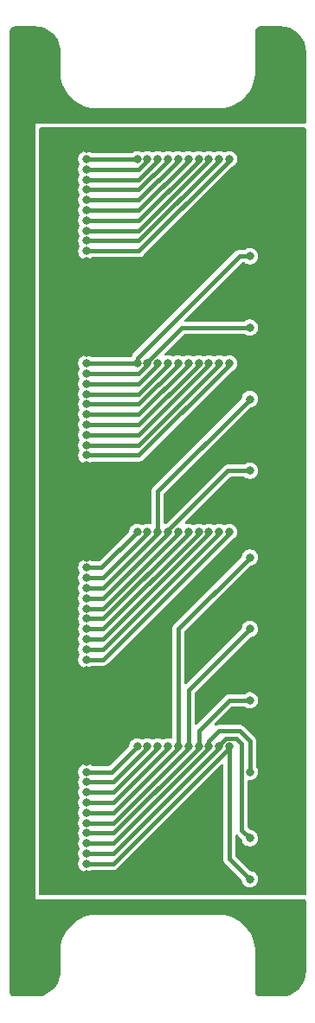
<source format=gbr>
%TF.GenerationSoftware,KiCad,Pcbnew,9.0.6*%
%TF.CreationDate,2025-12-11T14:01:36+03:00*%
%TF.ProjectId,PMLED-10,504d4c45-442d-4313-902e-6b696361645f,rev?*%
%TF.SameCoordinates,PX3ec0740PY6021600*%
%TF.FileFunction,Copper,L2,Bot*%
%TF.FilePolarity,Positive*%
%FSLAX46Y46*%
G04 Gerber Fmt 4.6, Leading zero omitted, Abs format (unit mm)*
G04 Created by KiCad (PCBNEW 9.0.6) date 2025-12-11 14:01:36*
%MOMM*%
%LPD*%
G01*
G04 APERTURE LIST*
%TA.AperFunction,ComponentPad*%
%ADD10C,4.400000*%
%TD*%
%TA.AperFunction,ViaPad*%
%ADD11C,0.800000*%
%TD*%
%TA.AperFunction,Conductor*%
%ADD12C,0.400000*%
%TD*%
G04 APERTURE END LIST*
D10*
%TO.P,H2,1,1*%
%TO.N,PE*%
X-12000000Y-45000000D03*
%TD*%
%TO.P,H3,1,1*%
%TO.N,PE*%
X12000000Y45000000D03*
%TD*%
%TO.P,H5,1,1*%
%TO.N,PE*%
X-12000000Y45000000D03*
%TD*%
%TO.P,H1,1,1*%
%TO.N,PE*%
X12000000Y-45000000D03*
%TD*%
D11*
%TO.N,GND*%
X-7000000Y24500000D03*
X-7000000Y-15500000D03*
X-7000000Y4500000D03*
X-7000000Y-4500000D03*
X-7000000Y15500000D03*
X-7000000Y35500000D03*
X-7000000Y-24500000D03*
X-7000000Y-35500000D03*
%TO.N,/LED2*%
X0Y14500000D03*
X-7000000Y32500000D03*
X9000000Y11000000D03*
X0Y-2000000D03*
X-7000000Y-7500000D03*
X0Y34500000D03*
X0Y-23000000D03*
X-7000000Y-27500000D03*
X-7000000Y12500000D03*
%TO.N,/LED3*%
X1000000Y-2000000D03*
X-7000000Y31500000D03*
X1000000Y-23000000D03*
X9000000Y4000000D03*
X1000000Y14500000D03*
X-7000000Y-28500000D03*
X1000000Y34500000D03*
X-7000000Y-8500000D03*
X-7000000Y11500000D03*
%TO.N,/LED4*%
X2000000Y-23000000D03*
X-7000000Y-29500000D03*
X2000000Y34500000D03*
X-7000000Y-9500000D03*
X2000000Y-2000000D03*
X2000000Y14500000D03*
X9000000Y-4500000D03*
X-7000000Y10500000D03*
X-7000000Y30500000D03*
%TO.N,/LED7*%
X5000000Y-2000000D03*
X-7000000Y-12500000D03*
X5000000Y14500000D03*
X5000000Y34500000D03*
X5000000Y-23000000D03*
X-7000000Y7500000D03*
X-7000000Y27500000D03*
X-7000000Y-32500000D03*
X9000000Y-25500000D03*
%TO.N,/LED5*%
X-7000000Y9500000D03*
X-7000000Y-30500000D03*
X-7000000Y29500000D03*
X3000000Y34500000D03*
X3000000Y-23000000D03*
X-7000000Y-10500000D03*
X3000000Y-2000000D03*
X3000000Y14500000D03*
X9000000Y-11500000D03*
%TO.N,/LED0*%
X-2000000Y14500000D03*
X-7000000Y34500000D03*
X-7000000Y-25500000D03*
X-7000000Y14500000D03*
X-2000000Y34500000D03*
X9000000Y25000000D03*
X-7000000Y-5500000D03*
X-2000000Y-23000000D03*
X-2000000Y-2000000D03*
%TO.N,/LED1*%
X-7000000Y-26500000D03*
X-1000000Y-2000000D03*
X-1000000Y34500000D03*
X-7000000Y-6500000D03*
X-7000000Y33500000D03*
X-7000000Y13500000D03*
X9000000Y18000000D03*
X-1000000Y14500000D03*
X-1000000Y-23000000D03*
%TO.N,/LED6*%
X4000000Y14500000D03*
X-7000000Y-11500000D03*
X4000000Y-23000000D03*
X4000000Y34500000D03*
X9000000Y-18500000D03*
X-7000000Y8500000D03*
X-7000000Y28500000D03*
X4000000Y-2000000D03*
X-7000000Y-31500000D03*
%TO.N,/LED9*%
X7000000Y34500000D03*
X9000000Y-36000000D03*
X-7000000Y25500000D03*
X7000000Y-2000000D03*
X7000000Y-23000000D03*
X-7000000Y-34500000D03*
X-7000000Y-14500000D03*
X7000000Y14500000D03*
X-7000000Y5500000D03*
%TO.N,/LED8*%
X6000000Y14500000D03*
X-7000000Y26500000D03*
X9000000Y-32000000D03*
X6000000Y34500000D03*
X-7000000Y-33500000D03*
X6000000Y-23000000D03*
X-7000000Y-13500000D03*
X6000000Y-2000000D03*
X-7000000Y6500000D03*
%TD*%
D12*
%TO.N,/LED2*%
X0Y-23132786D02*
X0Y-23000000D01*
X-7000000Y12500000D02*
X-1867214Y12500000D01*
X-7000000Y-7500000D02*
X-5367214Y-7500000D01*
X0Y2000000D02*
X9000000Y11000000D01*
X0Y34367214D02*
X0Y34500000D01*
X0Y14367214D02*
X0Y14500000D01*
X0Y-2132786D02*
X0Y-2000000D01*
X-1867214Y12500000D02*
X0Y14367214D01*
X0Y-2000000D02*
X0Y2000000D01*
X-7000000Y32500000D02*
X-1867214Y32500000D01*
X-1867214Y32500000D02*
X0Y34367214D01*
X-4367214Y-27500000D02*
X0Y-23132786D01*
X-7000000Y-27500000D02*
X-4367214Y-27500000D01*
X-5367214Y-7500000D02*
X0Y-2132786D01*
%TO.N,/LED3*%
X-7000000Y11500000D02*
X-1867214Y11500000D01*
X-5367214Y-8500000D02*
X1000000Y-2132786D01*
X1000000Y34367214D02*
X1000000Y34500000D01*
X-7000000Y-8500000D02*
X-5367214Y-8500000D01*
X1000000Y-23132786D02*
X1000000Y-23000000D01*
X1000000Y-2132786D02*
X1000000Y-2000000D01*
X6867214Y4000000D02*
X9000000Y4000000D01*
X1000000Y14367214D02*
X1000000Y14500000D01*
X-1867214Y11500000D02*
X1000000Y14367214D01*
X-1867214Y31500000D02*
X1000000Y34367214D01*
X-4367214Y-28500000D02*
X1000000Y-23132786D01*
X-7000000Y-28500000D02*
X-4367214Y-28500000D01*
X1000000Y-2000000D02*
X1000000Y-1867214D01*
X-7000000Y31500000D02*
X-1867214Y31500000D01*
X1000000Y-1867214D02*
X6867214Y4000000D01*
%TO.N,/LED4*%
X2000000Y-11500000D02*
X9000000Y-4500000D01*
X-7000000Y-29500000D02*
X-4367214Y-29500000D01*
X-1867214Y10500000D02*
X2000000Y14367214D01*
X-5367214Y-9500000D02*
X2000000Y-2132786D01*
X2000000Y-23000000D02*
X2000000Y-11500000D01*
X-7000000Y-9500000D02*
X-5367214Y-9500000D01*
X-7000000Y30500000D02*
X-1867214Y30500000D01*
X-1867214Y30500000D02*
X2000000Y34367214D01*
X-4367214Y-29500000D02*
X2000000Y-23132786D01*
X2000000Y-23132786D02*
X2000000Y-23000000D01*
X2000000Y14367214D02*
X2000000Y14500000D01*
X2000000Y-2132786D02*
X2000000Y-2000000D01*
X2000000Y34367214D02*
X2000000Y34500000D01*
X-7000000Y10500000D02*
X-1867214Y10500000D01*
%TO.N,/LED7*%
X5000000Y-2132786D02*
X5000000Y-2000000D01*
X-1867214Y7500000D02*
X5000000Y14367214D01*
X5000000Y34367214D02*
X5000000Y34500000D01*
X-7000000Y27500000D02*
X-1867214Y27500000D01*
X9000000Y-22500000D02*
X9000000Y-25500000D01*
X-5367214Y-12500000D02*
X5000000Y-2132786D01*
X-7000000Y-12500000D02*
X-5367214Y-12500000D01*
X5000000Y-22500000D02*
X6000000Y-21500000D01*
X-7000000Y-32500000D02*
X-4367214Y-32500000D01*
X5000000Y-23000000D02*
X5000000Y-22500000D01*
X-7000000Y7500000D02*
X-1867214Y7500000D01*
X8000000Y-21500000D02*
X9000000Y-22500000D01*
X5000000Y-23132786D02*
X5000000Y-23000000D01*
X5000000Y14367214D02*
X5000000Y14500000D01*
X6000000Y-21500000D02*
X8000000Y-21500000D01*
X-4367214Y-32500000D02*
X5000000Y-23132786D01*
X-1867214Y27500000D02*
X5000000Y34367214D01*
%TO.N,/LED5*%
X3000000Y-23000000D02*
X3000000Y-17500000D01*
X3000000Y-23132786D02*
X3000000Y-23000000D01*
X-7000000Y9500000D02*
X-1867214Y9500000D01*
X-7000000Y-10500000D02*
X-5367214Y-10500000D01*
X-7000000Y29500000D02*
X-1867214Y29500000D01*
X-4367214Y-30500000D02*
X3000000Y-23132786D01*
X-1867214Y29500000D02*
X3000000Y34367214D01*
X-1867214Y9500000D02*
X3000000Y14367214D01*
X-5367214Y-10500000D02*
X3000000Y-2132786D01*
X3000000Y-2132786D02*
X3000000Y-2000000D01*
X3000000Y14367214D02*
X3000000Y14500000D01*
X-7000000Y-30500000D02*
X-4367214Y-30500000D01*
X3000000Y34367214D02*
X3000000Y34500000D01*
X3000000Y-17500000D02*
X9000000Y-11500000D01*
%TO.N,/LED0*%
X-5500000Y-5500000D02*
X-2000000Y-2000000D01*
X-4500000Y-25500000D02*
X-2000000Y-23000000D01*
X-7000000Y-25500000D02*
X-4500000Y-25500000D01*
X-2000000Y14500000D02*
X-2000000Y15000000D01*
X-2000000Y34500000D02*
X-7000000Y34500000D01*
X-7000000Y-5500000D02*
X-5500000Y-5500000D01*
X-2000000Y15000000D02*
X8000000Y25000000D01*
X-2000000Y14500000D02*
X-7000000Y14500000D01*
X8000000Y25000000D02*
X9000000Y25000000D01*
%TO.N,/LED1*%
X-7000000Y-6500000D02*
X-5367214Y-6500000D01*
X-1000000Y34367214D02*
X-1000000Y34500000D01*
X2367214Y18000000D02*
X9000000Y18000000D01*
X-1000000Y-23132786D02*
X-1000000Y-23000000D01*
X-1867214Y33500000D02*
X-1000000Y34367214D01*
X-1000000Y14632786D02*
X2367214Y18000000D01*
X-7000000Y-26500000D02*
X-4367214Y-26500000D01*
X-7000000Y13500000D02*
X-1867214Y13500000D01*
X-4367214Y-26500000D02*
X-1000000Y-23132786D01*
X-7000000Y33500000D02*
X-1867214Y33500000D01*
X-1000000Y14500000D02*
X-1000000Y14632786D01*
X-1000000Y14367214D02*
X-1000000Y14500000D01*
X-1867214Y13500000D02*
X-1000000Y14367214D01*
X-5367214Y-6500000D02*
X-1000000Y-2132786D01*
X-1000000Y-2132786D02*
X-1000000Y-2000000D01*
%TO.N,/LED6*%
X7000000Y-18500000D02*
X9000000Y-18500000D01*
X4000000Y14367214D02*
X4000000Y14500000D01*
X-1867214Y8500000D02*
X4000000Y14367214D01*
X4000000Y-23000000D02*
X4000000Y-21500000D01*
X4000000Y-23132786D02*
X4000000Y-23000000D01*
X-4367214Y-31500000D02*
X4000000Y-23132786D01*
X-7000000Y-11500000D02*
X-5367214Y-11500000D01*
X-7000000Y-31500000D02*
X-4367214Y-31500000D01*
X4000000Y34367214D02*
X4000000Y34500000D01*
X-7000000Y8500000D02*
X-1867214Y8500000D01*
X4000000Y-2132786D02*
X4000000Y-2000000D01*
X-1867214Y28500000D02*
X4000000Y34367214D01*
X-7000000Y28500000D02*
X-1867214Y28500000D01*
X4000000Y-21500000D02*
X7000000Y-18500000D01*
X-5367214Y-11500000D02*
X4000000Y-2132786D01*
%TO.N,/LED9*%
X-7000000Y-14500000D02*
X-5367214Y-14500000D01*
X7000000Y-23132786D02*
X7000000Y-23000000D01*
X-4367214Y-34500000D02*
X7000000Y-23132786D01*
X-7000000Y-34500000D02*
X-4367214Y-34500000D01*
X7000000Y14367214D02*
X7000000Y14500000D01*
X-1867214Y25500000D02*
X7000000Y34367214D01*
X7000000Y-2132786D02*
X7000000Y-2000000D01*
X-1867214Y5500000D02*
X7000000Y14367214D01*
X-7000000Y5500000D02*
X-1867214Y5500000D01*
X7000000Y-23000000D02*
X7000000Y-34000000D01*
X-7000000Y25500000D02*
X-1867214Y25500000D01*
X-5367214Y-14500000D02*
X7000000Y-2132786D01*
X7000000Y-34000000D02*
X9000000Y-36000000D01*
X7000000Y34367214D02*
X7000000Y34500000D01*
%TO.N,/LED8*%
X-7000000Y6500000D02*
X-1867214Y6500000D01*
X-7000000Y-33500000D02*
X-4367214Y-33500000D01*
X7699000Y-22199000D02*
X6668214Y-22199000D01*
X9000000Y-32000000D02*
X8199000Y-31199000D01*
X-5367214Y-13500000D02*
X6000000Y-2132786D01*
X6000000Y-2132786D02*
X6000000Y-2000000D01*
X6668214Y-22199000D02*
X6000000Y-22867214D01*
X6000000Y14367214D02*
X6000000Y14500000D01*
X8199000Y-22699000D02*
X7699000Y-22199000D01*
X6000000Y-23132786D02*
X6000000Y-23000000D01*
X6000000Y34367214D02*
X6000000Y34500000D01*
X-1867214Y26500000D02*
X6000000Y34367214D01*
X-7000000Y26500000D02*
X-1867214Y26500000D01*
X-1867214Y6500000D02*
X6000000Y14367214D01*
X8199000Y-31199000D02*
X8199000Y-22699000D01*
X-7000000Y-13500000D02*
X-5367214Y-13500000D01*
X-4367214Y-33500000D02*
X6000000Y-23132786D01*
X6000000Y-22867214D02*
X6000000Y-23000000D01*
%TD*%
%TA.AperFunction,Conductor*%
%TO.N,PE*%
G36*
X12003737Y47499275D02*
G01*
X12293797Y47481730D01*
X12308660Y47479925D01*
X12590798Y47428221D01*
X12605335Y47424638D01*
X12879183Y47339303D01*
X12893164Y47334001D01*
X13154735Y47216277D01*
X13167988Y47209321D01*
X13413459Y47060930D01*
X13425777Y47052428D01*
X13576801Y46934108D01*
X13651574Y46875527D01*
X13662782Y46865597D01*
X13865596Y46662783D01*
X13875526Y46651575D01*
X14052425Y46425781D01*
X14060929Y46413460D01*
X14209320Y46167989D01*
X14216278Y46154732D01*
X14333995Y45893178D01*
X14339305Y45879176D01*
X14424636Y45605337D01*
X14428220Y45590799D01*
X14479924Y45308661D01*
X14481729Y45293796D01*
X14494982Y45074699D01*
X14495208Y45067212D01*
X14495208Y38124000D01*
X14475523Y38056961D01*
X14422719Y38011206D01*
X14371208Y38000000D01*
X-12000000Y38000000D01*
X-12000000Y-38000000D01*
X14371208Y-38000000D01*
X14438247Y-38019685D01*
X14484002Y-38072489D01*
X14495208Y-38124000D01*
X14495208Y-45067210D01*
X14494982Y-45074697D01*
X14481729Y-45293795D01*
X14479924Y-45308660D01*
X14428220Y-45590798D01*
X14424636Y-45605336D01*
X14339305Y-45879175D01*
X14333995Y-45893177D01*
X14216278Y-46154731D01*
X14209320Y-46167988D01*
X14060929Y-46413459D01*
X14052423Y-46425783D01*
X13875526Y-46651574D01*
X13865596Y-46662782D01*
X13662782Y-46865596D01*
X13651574Y-46875526D01*
X13425783Y-47052423D01*
X13413459Y-47060929D01*
X13167988Y-47209320D01*
X13154731Y-47216278D01*
X12893177Y-47333995D01*
X12879175Y-47339305D01*
X12605336Y-47424636D01*
X12590798Y-47428220D01*
X12308660Y-47479924D01*
X12293795Y-47481729D01*
X12003737Y-47499275D01*
X11996250Y-47499501D01*
X10006961Y-47499501D01*
X9993078Y-47498721D01*
X9902735Y-47488542D01*
X9875668Y-47482365D01*
X9796456Y-47454647D01*
X9771447Y-47442603D01*
X9700395Y-47397958D01*
X9678686Y-47380645D01*
X9619354Y-47321313D01*
X9602042Y-47299605D01*
X9557396Y-47228553D01*
X9545350Y-47203538D01*
X9517636Y-47124333D01*
X9511458Y-47097264D01*
X9510387Y-47087761D01*
X9501282Y-47006947D01*
X9500502Y-46993071D01*
X9500502Y-46993068D01*
X9500502Y-46934108D01*
X9500499Y-46934097D01*
X9500501Y-42934108D01*
X9500501Y-42828030D01*
X9466790Y-42485749D01*
X9399691Y-42148421D01*
X9299851Y-41819294D01*
X9168232Y-41501537D01*
X9006107Y-41198224D01*
X9006107Y-41198223D01*
X9006106Y-41198221D01*
X9006101Y-41198212D01*
X8815020Y-40912239D01*
X8596828Y-40646372D01*
X8596827Y-40646371D01*
X8596823Y-40646366D01*
X8353633Y-40403176D01*
X8087766Y-40184984D01*
X8087762Y-40184981D01*
X8087761Y-40184980D01*
X7801788Y-39993899D01*
X7801783Y-39993896D01*
X7801776Y-39993892D01*
X7498470Y-39831771D01*
X7498465Y-39831769D01*
X7180707Y-39700149D01*
X6851573Y-39600307D01*
X6514249Y-39533209D01*
X6514250Y-39533209D01*
X6256457Y-39507820D01*
X6171970Y-39499499D01*
X6171967Y-39499499D01*
X6065828Y-39499499D01*
X6065764Y-39499482D01*
X5999256Y-39499499D01*
X5934109Y-39499499D01*
X5926565Y-39499499D01*
X5926277Y-39499516D01*
X-5906399Y-39502541D01*
X-5925972Y-39499968D01*
X-5926049Y-39500561D01*
X-5934107Y-39499500D01*
X-5934108Y-39499500D01*
X-6000000Y-39499500D01*
X-6171969Y-39499500D01*
X-6250034Y-39507188D01*
X-6514250Y-39533210D01*
X-6851573Y-39600308D01*
X-7180707Y-39700150D01*
X-7498465Y-39831770D01*
X-7498470Y-39831772D01*
X-7801776Y-39993893D01*
X-7801794Y-39993904D01*
X-8087752Y-40184975D01*
X-8087766Y-40184985D01*
X-8353633Y-40403176D01*
X-8596824Y-40646367D01*
X-8815015Y-40912234D01*
X-8815025Y-40912248D01*
X-9006096Y-41198206D01*
X-9006107Y-41198224D01*
X-9168228Y-41501530D01*
X-9168230Y-41501535D01*
X-9299850Y-41819293D01*
X-9399692Y-42148427D01*
X-9466790Y-42485750D01*
X-9500500Y-42828034D01*
X-9500500Y-44996266D01*
X-9500726Y-45003753D01*
X-9518271Y-45293795D01*
X-9520076Y-45308660D01*
X-9571780Y-45590798D01*
X-9575364Y-45605336D01*
X-9660695Y-45879175D01*
X-9666005Y-45893177D01*
X-9783722Y-46154731D01*
X-9790680Y-46167988D01*
X-9939071Y-46413459D01*
X-9947577Y-46425783D01*
X-10124474Y-46651574D01*
X-10134404Y-46662782D01*
X-10337218Y-46865596D01*
X-10348426Y-46875526D01*
X-10574217Y-47052423D01*
X-10586541Y-47060929D01*
X-10832012Y-47209320D01*
X-10845269Y-47216278D01*
X-11106823Y-47333995D01*
X-11120825Y-47339305D01*
X-11394664Y-47424636D01*
X-11409202Y-47428220D01*
X-11691340Y-47479924D01*
X-11706205Y-47481729D01*
X-11996263Y-47499275D01*
X-12003750Y-47499501D01*
X-13993039Y-47499501D01*
X-14006922Y-47498721D01*
X-14097265Y-47488542D01*
X-14124332Y-47482365D01*
X-14203544Y-47454647D01*
X-14228553Y-47442603D01*
X-14299605Y-47397958D01*
X-14321314Y-47380645D01*
X-14380646Y-47321313D01*
X-14397958Y-47299605D01*
X-14442604Y-47228553D01*
X-14454650Y-47203538D01*
X-14482364Y-47124333D01*
X-14488542Y-47097263D01*
X-14489613Y-47087761D01*
X-14498718Y-47006947D01*
X-14499498Y-46993068D01*
X-14499498Y-46934108D01*
X-14499500Y-46934100D01*
X-14499500Y46924106D01*
X-14499499Y46924119D01*
X-14499499Y46993040D01*
X-14498719Y47006922D01*
X-14493593Y47052423D01*
X-14488540Y47097270D01*
X-14482367Y47124323D01*
X-14454643Y47203551D01*
X-14442604Y47228550D01*
X-14397957Y47299603D01*
X-14380645Y47321311D01*
X-14321311Y47380645D01*
X-14299607Y47397955D01*
X-14228546Y47442606D01*
X-14203542Y47454646D01*
X-14124331Y47482364D01*
X-14097278Y47488539D01*
X-14006901Y47498722D01*
X-13993028Y47499500D01*
X-13934107Y47499500D01*
X-12065892Y47499500D01*
X-12003751Y47499500D01*
X-11996264Y47499274D01*
X-11964089Y47497328D01*
X-11706204Y47481729D01*
X-11691343Y47479925D01*
X-11409202Y47428220D01*
X-11394665Y47424637D01*
X-11120828Y47339305D01*
X-11106837Y47334000D01*
X-10845257Y47216273D01*
X-10832011Y47209320D01*
X-10586535Y47060925D01*
X-10574224Y47052427D01*
X-10348427Y46875527D01*
X-10337219Y46865597D01*
X-10134404Y46662782D01*
X-10124475Y46651575D01*
X-10004519Y46498462D01*
X-9947578Y46425783D01*
X-9939072Y46413460D01*
X-9790684Y46167996D01*
X-9783725Y46154737D01*
X-9666003Y45893169D01*
X-9660694Y45879168D01*
X-9575365Y45605337D01*
X-9571781Y45590799D01*
X-9520077Y45308660D01*
X-9518272Y45293795D01*
X-9500726Y45003738D01*
X-9500500Y44996251D01*
X-9500500Y42828035D01*
X-9466790Y42485751D01*
X-9399692Y42148428D01*
X-9299850Y41819294D01*
X-9168230Y41501536D01*
X-9168228Y41501531D01*
X-9006107Y41198225D01*
X-9006096Y41198207D01*
X-8815025Y40912249D01*
X-8815015Y40912235D01*
X-8596824Y40646368D01*
X-8353633Y40403177D01*
X-8353628Y40403173D01*
X-8353627Y40403172D01*
X-8087760Y40184981D01*
X-7801787Y39993900D01*
X-7801778Y39993895D01*
X-7801776Y39993894D01*
X-7498470Y39831773D01*
X-7498468Y39831773D01*
X-7498462Y39831769D01*
X-7180705Y39700150D01*
X-6851578Y39600310D01*
X-6514250Y39533211D01*
X-6171969Y39499500D01*
X-6171966Y39499500D01*
X6171966Y39499500D01*
X6171969Y39499500D01*
X6514250Y39533211D01*
X6851578Y39600310D01*
X7180705Y39700150D01*
X7498462Y39831769D01*
X7801787Y39993900D01*
X8087760Y40184981D01*
X8353627Y40403172D01*
X8596828Y40646373D01*
X8815019Y40912240D01*
X9006100Y41198213D01*
X9168231Y41501538D01*
X9299850Y41819295D01*
X9399690Y42148422D01*
X9466789Y42485750D01*
X9500500Y42828031D01*
X9500500Y43000000D01*
X9500500Y43065892D01*
X9500500Y46934101D01*
X9500502Y46934108D01*
X9500502Y46993044D01*
X9501282Y47006923D01*
X9507367Y47060930D01*
X9511461Y47097269D01*
X9517637Y47124330D01*
X9545356Y47203548D01*
X9557398Y47228550D01*
X9602048Y47299611D01*
X9619351Y47321307D01*
X9678692Y47380648D01*
X9700391Y47397953D01*
X9771452Y47442603D01*
X9796458Y47454646D01*
X9875671Y47482364D01*
X9902735Y47488540D01*
X9947678Y47493603D01*
X9993108Y47498721D01*
X10006990Y47499501D01*
X10065893Y47499501D01*
X11934109Y47499501D01*
X11996250Y47499501D01*
X12003737Y47499275D01*
G37*
%TD.AperFunction*%
%TD*%
%TA.AperFunction,Conductor*%
%TO.N,GND*%
G36*
X14438247Y37574815D02*
G01*
X14484002Y37522011D01*
X14495208Y37470500D01*
X14495208Y-37470500D01*
X14475523Y-37537539D01*
X14422719Y-37583294D01*
X14371208Y-37594500D01*
X-11470500Y-37594500D01*
X-11537539Y-37574815D01*
X-11583294Y-37522011D01*
X-11594500Y-37470500D01*
X-11594500Y-25421153D01*
X-7800500Y-25421153D01*
X-7800500Y-25578846D01*
X-7769739Y-25733489D01*
X-7769736Y-25733501D01*
X-7709398Y-25879172D01*
X-7709391Y-25879185D01*
X-7674696Y-25931109D01*
X-7653818Y-25997786D01*
X-7672302Y-26065167D01*
X-7674696Y-26068891D01*
X-7709391Y-26120814D01*
X-7709398Y-26120827D01*
X-7769736Y-26266498D01*
X-7769739Y-26266510D01*
X-7800500Y-26421153D01*
X-7800500Y-26578846D01*
X-7769739Y-26733489D01*
X-7769736Y-26733501D01*
X-7709398Y-26879172D01*
X-7709391Y-26879185D01*
X-7674696Y-26931109D01*
X-7653818Y-26997786D01*
X-7672302Y-27065167D01*
X-7674696Y-27068891D01*
X-7709391Y-27120814D01*
X-7709398Y-27120827D01*
X-7769736Y-27266498D01*
X-7769739Y-27266510D01*
X-7800500Y-27421153D01*
X-7800500Y-27578846D01*
X-7769739Y-27733489D01*
X-7769736Y-27733501D01*
X-7709398Y-27879172D01*
X-7709391Y-27879185D01*
X-7674696Y-27931109D01*
X-7653818Y-27997786D01*
X-7672302Y-28065167D01*
X-7674696Y-28068891D01*
X-7709391Y-28120814D01*
X-7709398Y-28120827D01*
X-7769736Y-28266498D01*
X-7769739Y-28266510D01*
X-7800500Y-28421153D01*
X-7800500Y-28578846D01*
X-7769739Y-28733489D01*
X-7769736Y-28733501D01*
X-7709398Y-28879172D01*
X-7709391Y-28879185D01*
X-7674696Y-28931109D01*
X-7653818Y-28997786D01*
X-7672302Y-29065167D01*
X-7674696Y-29068891D01*
X-7709391Y-29120814D01*
X-7709398Y-29120827D01*
X-7769736Y-29266498D01*
X-7769739Y-29266510D01*
X-7800500Y-29421153D01*
X-7800500Y-29578846D01*
X-7769739Y-29733489D01*
X-7769736Y-29733501D01*
X-7709398Y-29879172D01*
X-7709391Y-29879185D01*
X-7674696Y-29931109D01*
X-7653818Y-29997786D01*
X-7672302Y-30065167D01*
X-7674696Y-30068891D01*
X-7709391Y-30120814D01*
X-7709398Y-30120827D01*
X-7769736Y-30266498D01*
X-7769739Y-30266510D01*
X-7800500Y-30421153D01*
X-7800500Y-30578846D01*
X-7769739Y-30733489D01*
X-7769736Y-30733501D01*
X-7709398Y-30879172D01*
X-7709391Y-30879185D01*
X-7674696Y-30931109D01*
X-7653818Y-30997786D01*
X-7672302Y-31065167D01*
X-7674696Y-31068891D01*
X-7709391Y-31120814D01*
X-7709398Y-31120827D01*
X-7769736Y-31266498D01*
X-7769739Y-31266510D01*
X-7800500Y-31421153D01*
X-7800500Y-31578846D01*
X-7769739Y-31733489D01*
X-7769736Y-31733501D01*
X-7709398Y-31879172D01*
X-7709391Y-31879185D01*
X-7674696Y-31931109D01*
X-7653818Y-31997786D01*
X-7672302Y-32065167D01*
X-7674696Y-32068891D01*
X-7709391Y-32120814D01*
X-7709398Y-32120827D01*
X-7769736Y-32266498D01*
X-7769739Y-32266510D01*
X-7800500Y-32421153D01*
X-7800500Y-32578846D01*
X-7769739Y-32733489D01*
X-7769736Y-32733501D01*
X-7709398Y-32879172D01*
X-7709391Y-32879185D01*
X-7674696Y-32931109D01*
X-7653818Y-32997786D01*
X-7672302Y-33065167D01*
X-7674696Y-33068891D01*
X-7709391Y-33120814D01*
X-7709398Y-33120827D01*
X-7769736Y-33266498D01*
X-7769739Y-33266510D01*
X-7800500Y-33421153D01*
X-7800500Y-33578846D01*
X-7769739Y-33733489D01*
X-7769736Y-33733501D01*
X-7709398Y-33879172D01*
X-7709391Y-33879185D01*
X-7674696Y-33931109D01*
X-7653818Y-33997786D01*
X-7672302Y-34065167D01*
X-7674696Y-34068891D01*
X-7709391Y-34120814D01*
X-7709398Y-34120827D01*
X-7769736Y-34266498D01*
X-7769739Y-34266510D01*
X-7800500Y-34421153D01*
X-7800500Y-34578846D01*
X-7769739Y-34733489D01*
X-7769736Y-34733501D01*
X-7709398Y-34879172D01*
X-7709391Y-34879185D01*
X-7621790Y-35010288D01*
X-7621787Y-35010292D01*
X-7510293Y-35121786D01*
X-7510289Y-35121789D01*
X-7379186Y-35209390D01*
X-7379173Y-35209397D01*
X-7233502Y-35269735D01*
X-7233497Y-35269737D01*
X-7078847Y-35300499D01*
X-7078844Y-35300500D01*
X-7078842Y-35300500D01*
X-6921156Y-35300500D01*
X-6921155Y-35300499D01*
X-6766503Y-35269737D01*
X-6620821Y-35209394D01*
X-6620815Y-35209390D01*
X-6489125Y-35121398D01*
X-6422447Y-35100520D01*
X-6420234Y-35100500D01*
X-4453883Y-35100500D01*
X-4453867Y-35100501D01*
X-4446271Y-35100501D01*
X-4288160Y-35100501D01*
X-4288157Y-35100501D01*
X-4135429Y-35059577D01*
X-4085310Y-35030639D01*
X-3998498Y-34980520D01*
X-3886694Y-34868716D01*
X-3886694Y-34868714D01*
X-3876486Y-34858507D01*
X-3876485Y-34858504D01*
X6187821Y-24794199D01*
X6249142Y-24760716D01*
X6318834Y-24765700D01*
X6374767Y-24807572D01*
X6399184Y-24873036D01*
X6399500Y-24881882D01*
X6399500Y-33913330D01*
X6399499Y-33913348D01*
X6399499Y-34079054D01*
X6399498Y-34079054D01*
X6399499Y-34079057D01*
X6440423Y-34231785D01*
X6460468Y-34266503D01*
X6499809Y-34334645D01*
X6519479Y-34368715D01*
X6638349Y-34487585D01*
X6638355Y-34487590D01*
X8165425Y-36014660D01*
X8198910Y-36075983D01*
X8199361Y-36078149D01*
X8230261Y-36233491D01*
X8230264Y-36233501D01*
X8290602Y-36379172D01*
X8290609Y-36379185D01*
X8378210Y-36510288D01*
X8378213Y-36510292D01*
X8489707Y-36621786D01*
X8489711Y-36621789D01*
X8620814Y-36709390D01*
X8620827Y-36709397D01*
X8766498Y-36769735D01*
X8766503Y-36769737D01*
X8921153Y-36800499D01*
X8921156Y-36800500D01*
X8921158Y-36800500D01*
X9078844Y-36800500D01*
X9078845Y-36800499D01*
X9233497Y-36769737D01*
X9379179Y-36709394D01*
X9510289Y-36621789D01*
X9621789Y-36510289D01*
X9709394Y-36379179D01*
X9769737Y-36233497D01*
X9800500Y-36078842D01*
X9800500Y-35921158D01*
X9800500Y-35921155D01*
X9800499Y-35921153D01*
X9769738Y-35766510D01*
X9769737Y-35766503D01*
X9769735Y-35766498D01*
X9709397Y-35620827D01*
X9709390Y-35620814D01*
X9621789Y-35489711D01*
X9621786Y-35489707D01*
X9510292Y-35378213D01*
X9510288Y-35378210D01*
X9379185Y-35290609D01*
X9379172Y-35290602D01*
X9233501Y-35230264D01*
X9233491Y-35230261D01*
X9078149Y-35199361D01*
X9016238Y-35166976D01*
X9014660Y-35165425D01*
X7636819Y-33787584D01*
X7603334Y-33726261D01*
X7600500Y-33699903D01*
X7600500Y-31749098D01*
X7606737Y-31727854D01*
X7608317Y-31705767D01*
X7616390Y-31694981D01*
X7620185Y-31682059D01*
X7636916Y-31667560D01*
X7650188Y-31649832D01*
X7662810Y-31645123D01*
X7672989Y-31636304D01*
X7694903Y-31633153D01*
X7715651Y-31625414D01*
X7728813Y-31628277D01*
X7742147Y-31626360D01*
X7762289Y-31635558D01*
X7783925Y-31640265D01*
X7801651Y-31653534D01*
X7805703Y-31655385D01*
X7812179Y-31661415D01*
X7830284Y-31679520D01*
X7830285Y-31679520D01*
X7837353Y-31686588D01*
X8165425Y-32014660D01*
X8198910Y-32075983D01*
X8199361Y-32078149D01*
X8230261Y-32233491D01*
X8230264Y-32233501D01*
X8290602Y-32379172D01*
X8290609Y-32379185D01*
X8378210Y-32510288D01*
X8378213Y-32510292D01*
X8489707Y-32621786D01*
X8489711Y-32621789D01*
X8620814Y-32709390D01*
X8620827Y-32709397D01*
X8766498Y-32769735D01*
X8766503Y-32769737D01*
X8921153Y-32800499D01*
X8921156Y-32800500D01*
X8921158Y-32800500D01*
X9078844Y-32800500D01*
X9078845Y-32800499D01*
X9233497Y-32769737D01*
X9379179Y-32709394D01*
X9510289Y-32621789D01*
X9621789Y-32510289D01*
X9709394Y-32379179D01*
X9769737Y-32233497D01*
X9800500Y-32078842D01*
X9800500Y-31921158D01*
X9800500Y-31921155D01*
X9800499Y-31921153D01*
X9769738Y-31766510D01*
X9769737Y-31766503D01*
X9740112Y-31694981D01*
X9709397Y-31620827D01*
X9709390Y-31620814D01*
X9621789Y-31489711D01*
X9621786Y-31489707D01*
X9510292Y-31378213D01*
X9510288Y-31378210D01*
X9379185Y-31290609D01*
X9379172Y-31290602D01*
X9233501Y-31230264D01*
X9233491Y-31230261D01*
X9078149Y-31199361D01*
X9016238Y-31166976D01*
X9014660Y-31165425D01*
X8835819Y-30986584D01*
X8802334Y-30925261D01*
X8799500Y-30898903D01*
X8799500Y-26424500D01*
X8819185Y-26357461D01*
X8871989Y-26311706D01*
X8923500Y-26300500D01*
X9078844Y-26300500D01*
X9078845Y-26300499D01*
X9233497Y-26269737D01*
X9379179Y-26209394D01*
X9510289Y-26121789D01*
X9621789Y-26010289D01*
X9709394Y-25879179D01*
X9769737Y-25733497D01*
X9800500Y-25578842D01*
X9800500Y-25421158D01*
X9800500Y-25421155D01*
X9800499Y-25421153D01*
X9769738Y-25266510D01*
X9769737Y-25266503D01*
X9769735Y-25266498D01*
X9709397Y-25120827D01*
X9709390Y-25120814D01*
X9621398Y-24989125D01*
X9600520Y-24922447D01*
X9600500Y-24920234D01*
X9600500Y-22589060D01*
X9600501Y-22589047D01*
X9600501Y-22420944D01*
X9589051Y-22378213D01*
X9559577Y-22268216D01*
X9508925Y-22180483D01*
X9480524Y-22131290D01*
X9480518Y-22131282D01*
X8487590Y-21138355D01*
X8487588Y-21138352D01*
X8368717Y-21019481D01*
X8368716Y-21019480D01*
X8281904Y-20969360D01*
X8281904Y-20969359D01*
X8281900Y-20969358D01*
X8231785Y-20940423D01*
X8079057Y-20899499D01*
X7920943Y-20899499D01*
X7913347Y-20899499D01*
X7913331Y-20899500D01*
X6086670Y-20899500D01*
X6086654Y-20899499D01*
X6079058Y-20899499D01*
X5920943Y-20899499D01*
X5844579Y-20919961D01*
X5768214Y-20940423D01*
X5768213Y-20940424D01*
X5733540Y-20960442D01*
X5665640Y-20976912D01*
X5599613Y-20954059D01*
X5556424Y-20899136D01*
X5549784Y-20829583D01*
X5581802Y-20767481D01*
X5583804Y-20765431D01*
X7212417Y-19136819D01*
X7273740Y-19103334D01*
X7300098Y-19100500D01*
X8420234Y-19100500D01*
X8487273Y-19120185D01*
X8489125Y-19121398D01*
X8620814Y-19209390D01*
X8620827Y-19209397D01*
X8766498Y-19269735D01*
X8766503Y-19269737D01*
X8921153Y-19300499D01*
X8921156Y-19300500D01*
X8921158Y-19300500D01*
X9078844Y-19300500D01*
X9078845Y-19300499D01*
X9233497Y-19269737D01*
X9379179Y-19209394D01*
X9510289Y-19121789D01*
X9621789Y-19010289D01*
X9709394Y-18879179D01*
X9769737Y-18733497D01*
X9800500Y-18578842D01*
X9800500Y-18421158D01*
X9800500Y-18421155D01*
X9800499Y-18421153D01*
X9769738Y-18266510D01*
X9769737Y-18266503D01*
X9769735Y-18266498D01*
X9709397Y-18120827D01*
X9709390Y-18120814D01*
X9621789Y-17989711D01*
X9621786Y-17989707D01*
X9510292Y-17878213D01*
X9510288Y-17878210D01*
X9379185Y-17790609D01*
X9379172Y-17790602D01*
X9233501Y-17730264D01*
X9233489Y-17730261D01*
X9078845Y-17699500D01*
X9078842Y-17699500D01*
X8921158Y-17699500D01*
X8921155Y-17699500D01*
X8766510Y-17730261D01*
X8766498Y-17730264D01*
X8620827Y-17790602D01*
X8620814Y-17790609D01*
X8489125Y-17878602D01*
X8422447Y-17899480D01*
X8420234Y-17899500D01*
X7086670Y-17899500D01*
X7086654Y-17899499D01*
X7079058Y-17899499D01*
X6920943Y-17899499D01*
X6844579Y-17919961D01*
X6768214Y-17940423D01*
X6768209Y-17940426D01*
X6631290Y-18019475D01*
X6631282Y-18019481D01*
X3812181Y-20838583D01*
X3750858Y-20872068D01*
X3681166Y-20867084D01*
X3625233Y-20825212D01*
X3600816Y-20759748D01*
X3600500Y-20750902D01*
X3600500Y-17800097D01*
X3620185Y-17733058D01*
X3636819Y-17712416D01*
X6318596Y-15030639D01*
X9014662Y-12334572D01*
X9075983Y-12301089D01*
X9078150Y-12300638D01*
X9136085Y-12289113D01*
X9233497Y-12269737D01*
X9379179Y-12209394D01*
X9510289Y-12121789D01*
X9621789Y-12010289D01*
X9709394Y-11879179D01*
X9769737Y-11733497D01*
X9800500Y-11578842D01*
X9800500Y-11421158D01*
X9800500Y-11421155D01*
X9800499Y-11421153D01*
X9800457Y-11420943D01*
X9769737Y-11266503D01*
X9746082Y-11209394D01*
X9709397Y-11120827D01*
X9709390Y-11120814D01*
X9621789Y-10989711D01*
X9621786Y-10989707D01*
X9510292Y-10878213D01*
X9510288Y-10878210D01*
X9379185Y-10790609D01*
X9379172Y-10790602D01*
X9233501Y-10730264D01*
X9233489Y-10730261D01*
X9078845Y-10699500D01*
X9078842Y-10699500D01*
X8921158Y-10699500D01*
X8921155Y-10699500D01*
X8766510Y-10730261D01*
X8766498Y-10730264D01*
X8620827Y-10790602D01*
X8620814Y-10790609D01*
X8489711Y-10878210D01*
X8489707Y-10878213D01*
X8378213Y-10989707D01*
X8378210Y-10989711D01*
X8290609Y-11120814D01*
X8290602Y-11120827D01*
X8230264Y-11266498D01*
X8230261Y-11266508D01*
X8199361Y-11421850D01*
X8166976Y-11483761D01*
X8165425Y-11485339D01*
X2812181Y-16838583D01*
X2750858Y-16872068D01*
X2681166Y-16867084D01*
X2625233Y-16825212D01*
X2600816Y-16759748D01*
X2600500Y-16750902D01*
X2600500Y-11800097D01*
X2620185Y-11733058D01*
X2636819Y-11712416D01*
X5770393Y-8578842D01*
X9014662Y-5334572D01*
X9075983Y-5301089D01*
X9078150Y-5300638D01*
X9136085Y-5289113D01*
X9233497Y-5269737D01*
X9379179Y-5209394D01*
X9510289Y-5121789D01*
X9621789Y-5010289D01*
X9709394Y-4879179D01*
X9769737Y-4733497D01*
X9800500Y-4578842D01*
X9800500Y-4421158D01*
X9800500Y-4421155D01*
X9800499Y-4421153D01*
X9769738Y-4266510D01*
X9769738Y-4266508D01*
X9769737Y-4266503D01*
X9769735Y-4266498D01*
X9709397Y-4120827D01*
X9709390Y-4120814D01*
X9621789Y-3989711D01*
X9621786Y-3989707D01*
X9510292Y-3878213D01*
X9510288Y-3878210D01*
X9379185Y-3790609D01*
X9379172Y-3790602D01*
X9233501Y-3730264D01*
X9233489Y-3730261D01*
X9078845Y-3699500D01*
X9078842Y-3699500D01*
X8921158Y-3699500D01*
X8921155Y-3699500D01*
X8766510Y-3730261D01*
X8766498Y-3730264D01*
X8620827Y-3790602D01*
X8620814Y-3790609D01*
X8489711Y-3878210D01*
X8489707Y-3878213D01*
X8378213Y-3989707D01*
X8378210Y-3989711D01*
X8290609Y-4120814D01*
X8290602Y-4120827D01*
X8230264Y-4266498D01*
X8230261Y-4266508D01*
X8199361Y-4421850D01*
X8166976Y-4483761D01*
X8165425Y-4485339D01*
X1519481Y-11131282D01*
X1519479Y-11131285D01*
X1474385Y-11209392D01*
X1474384Y-11209393D01*
X1440423Y-11268214D01*
X1440423Y-11268215D01*
X1399499Y-11420943D01*
X1399499Y-11420945D01*
X1399499Y-11589046D01*
X1399500Y-11589059D01*
X1399500Y-22113444D01*
X1379815Y-22180483D01*
X1327011Y-22226238D01*
X1257853Y-22236182D01*
X1239575Y-22231202D01*
X1239324Y-22232031D01*
X1233500Y-22230264D01*
X1233497Y-22230263D01*
X1233492Y-22230262D01*
X1233489Y-22230261D01*
X1078845Y-22199500D01*
X1078842Y-22199500D01*
X921158Y-22199500D01*
X921155Y-22199500D01*
X766510Y-22230261D01*
X766498Y-22230264D01*
X620827Y-22290602D01*
X620814Y-22290609D01*
X568891Y-22325304D01*
X502214Y-22346182D01*
X434833Y-22327698D01*
X431109Y-22325304D01*
X379185Y-22290609D01*
X379172Y-22290602D01*
X233501Y-22230264D01*
X233489Y-22230261D01*
X78845Y-22199500D01*
X78842Y-22199500D01*
X-78842Y-22199500D01*
X-78845Y-22199500D01*
X-233490Y-22230261D01*
X-233502Y-22230264D01*
X-379173Y-22290602D01*
X-379186Y-22290609D01*
X-431109Y-22325304D01*
X-497786Y-22346182D01*
X-565167Y-22327698D01*
X-568891Y-22325304D01*
X-620815Y-22290609D01*
X-620828Y-22290602D01*
X-766499Y-22230264D01*
X-766511Y-22230261D01*
X-921155Y-22199500D01*
X-921158Y-22199500D01*
X-1078842Y-22199500D01*
X-1078845Y-22199500D01*
X-1233490Y-22230261D01*
X-1233502Y-22230264D01*
X-1379173Y-22290602D01*
X-1379186Y-22290609D01*
X-1431109Y-22325304D01*
X-1497786Y-22346182D01*
X-1565167Y-22327698D01*
X-1568891Y-22325304D01*
X-1620815Y-22290609D01*
X-1620828Y-22290602D01*
X-1766499Y-22230264D01*
X-1766511Y-22230261D01*
X-1921155Y-22199500D01*
X-1921158Y-22199500D01*
X-2078842Y-22199500D01*
X-2078845Y-22199500D01*
X-2233490Y-22230261D01*
X-2233502Y-22230264D01*
X-2379173Y-22290602D01*
X-2379186Y-22290609D01*
X-2510289Y-22378210D01*
X-2510293Y-22378213D01*
X-2621787Y-22489707D01*
X-2621790Y-22489711D01*
X-2709391Y-22620814D01*
X-2709398Y-22620827D01*
X-2769736Y-22766498D01*
X-2769739Y-22766508D01*
X-2800639Y-22921850D01*
X-2833024Y-22983761D01*
X-2834575Y-22985339D01*
X-4712416Y-24863181D01*
X-4773739Y-24896666D01*
X-4800097Y-24899500D01*
X-6420234Y-24899500D01*
X-6487273Y-24879815D01*
X-6489125Y-24878602D01*
X-6620815Y-24790609D01*
X-6620828Y-24790602D01*
X-6766499Y-24730264D01*
X-6766511Y-24730261D01*
X-6921155Y-24699500D01*
X-6921158Y-24699500D01*
X-7078842Y-24699500D01*
X-7078845Y-24699500D01*
X-7233490Y-24730261D01*
X-7233502Y-24730264D01*
X-7379173Y-24790602D01*
X-7379186Y-24790609D01*
X-7510289Y-24878210D01*
X-7510293Y-24878213D01*
X-7621787Y-24989707D01*
X-7621790Y-24989711D01*
X-7709391Y-25120814D01*
X-7709398Y-25120827D01*
X-7769736Y-25266498D01*
X-7769739Y-25266510D01*
X-7800500Y-25421153D01*
X-11594500Y-25421153D01*
X-11594500Y-5421153D01*
X-7800500Y-5421153D01*
X-7800500Y-5578846D01*
X-7769739Y-5733489D01*
X-7769736Y-5733501D01*
X-7709398Y-5879172D01*
X-7709391Y-5879185D01*
X-7674696Y-5931109D01*
X-7653818Y-5997786D01*
X-7672302Y-6065167D01*
X-7674696Y-6068891D01*
X-7709391Y-6120814D01*
X-7709398Y-6120827D01*
X-7769736Y-6266498D01*
X-7769739Y-6266510D01*
X-7800500Y-6421153D01*
X-7800500Y-6578846D01*
X-7769739Y-6733489D01*
X-7769736Y-6733501D01*
X-7709398Y-6879172D01*
X-7709391Y-6879185D01*
X-7674696Y-6931109D01*
X-7653818Y-6997786D01*
X-7672302Y-7065167D01*
X-7674696Y-7068891D01*
X-7709391Y-7120814D01*
X-7709398Y-7120827D01*
X-7769736Y-7266498D01*
X-7769739Y-7266510D01*
X-7800500Y-7421153D01*
X-7800500Y-7578846D01*
X-7769739Y-7733489D01*
X-7769736Y-7733501D01*
X-7709398Y-7879172D01*
X-7709391Y-7879185D01*
X-7674696Y-7931109D01*
X-7653818Y-7997786D01*
X-7672302Y-8065167D01*
X-7674696Y-8068891D01*
X-7709391Y-8120814D01*
X-7709398Y-8120827D01*
X-7769736Y-8266498D01*
X-7769739Y-8266510D01*
X-7800500Y-8421153D01*
X-7800500Y-8578846D01*
X-7769739Y-8733489D01*
X-7769736Y-8733501D01*
X-7709398Y-8879172D01*
X-7709391Y-8879185D01*
X-7674696Y-8931109D01*
X-7653818Y-8997786D01*
X-7672302Y-9065167D01*
X-7674696Y-9068891D01*
X-7709391Y-9120814D01*
X-7709398Y-9120827D01*
X-7769736Y-9266498D01*
X-7769739Y-9266510D01*
X-7800500Y-9421153D01*
X-7800500Y-9578846D01*
X-7769739Y-9733489D01*
X-7769736Y-9733501D01*
X-7709398Y-9879172D01*
X-7709391Y-9879185D01*
X-7674696Y-9931109D01*
X-7653818Y-9997786D01*
X-7672302Y-10065167D01*
X-7674696Y-10068891D01*
X-7709391Y-10120814D01*
X-7709398Y-10120827D01*
X-7769736Y-10266498D01*
X-7769739Y-10266510D01*
X-7800500Y-10421153D01*
X-7800500Y-10578846D01*
X-7769739Y-10733489D01*
X-7769736Y-10733501D01*
X-7709398Y-10879172D01*
X-7709391Y-10879185D01*
X-7674696Y-10931109D01*
X-7653818Y-10997786D01*
X-7672302Y-11065167D01*
X-7674696Y-11068891D01*
X-7709391Y-11120814D01*
X-7709398Y-11120827D01*
X-7769736Y-11266498D01*
X-7769739Y-11266510D01*
X-7800500Y-11421153D01*
X-7800500Y-11578846D01*
X-7769739Y-11733489D01*
X-7769736Y-11733501D01*
X-7709398Y-11879172D01*
X-7709391Y-11879185D01*
X-7674696Y-11931109D01*
X-7653818Y-11997786D01*
X-7672302Y-12065167D01*
X-7674696Y-12068891D01*
X-7709391Y-12120814D01*
X-7709398Y-12120827D01*
X-7769736Y-12266498D01*
X-7769739Y-12266510D01*
X-7800500Y-12421153D01*
X-7800500Y-12578846D01*
X-7769739Y-12733489D01*
X-7769736Y-12733501D01*
X-7709398Y-12879172D01*
X-7709391Y-12879185D01*
X-7674696Y-12931109D01*
X-7653818Y-12997786D01*
X-7672302Y-13065167D01*
X-7674696Y-13068891D01*
X-7709391Y-13120814D01*
X-7709398Y-13120827D01*
X-7769736Y-13266498D01*
X-7769739Y-13266510D01*
X-7800500Y-13421153D01*
X-7800500Y-13578846D01*
X-7769739Y-13733489D01*
X-7769736Y-13733501D01*
X-7709398Y-13879172D01*
X-7709391Y-13879185D01*
X-7674696Y-13931109D01*
X-7653818Y-13997786D01*
X-7672302Y-14065167D01*
X-7674696Y-14068891D01*
X-7709391Y-14120814D01*
X-7709398Y-14120827D01*
X-7769736Y-14266498D01*
X-7769739Y-14266510D01*
X-7800500Y-14421153D01*
X-7800500Y-14578846D01*
X-7769739Y-14733489D01*
X-7769736Y-14733501D01*
X-7709398Y-14879172D01*
X-7709391Y-14879185D01*
X-7621790Y-15010288D01*
X-7621787Y-15010292D01*
X-7510293Y-15121786D01*
X-7510289Y-15121789D01*
X-7379186Y-15209390D01*
X-7379173Y-15209397D01*
X-7233502Y-15269735D01*
X-7233497Y-15269737D01*
X-7078847Y-15300499D01*
X-7078844Y-15300500D01*
X-7078842Y-15300500D01*
X-6921156Y-15300500D01*
X-6921155Y-15300499D01*
X-6766503Y-15269737D01*
X-6620821Y-15209394D01*
X-6620815Y-15209390D01*
X-6489125Y-15121398D01*
X-6422447Y-15100520D01*
X-6420234Y-15100500D01*
X-5453883Y-15100500D01*
X-5453867Y-15100501D01*
X-5446271Y-15100501D01*
X-5288160Y-15100501D01*
X-5288157Y-15100501D01*
X-5135429Y-15059577D01*
X-5085310Y-15030639D01*
X-4998498Y-14980520D01*
X-4886694Y-14868716D01*
X-4886694Y-14868714D01*
X-4876486Y-14858507D01*
X-4876485Y-14858504D01*
X7181086Y-2800934D01*
X7228144Y-2772732D01*
X7227869Y-2772068D01*
X7232349Y-2770212D01*
X7232782Y-2769953D01*
X7233482Y-2769739D01*
X7233497Y-2769737D01*
X7379179Y-2709394D01*
X7510289Y-2621789D01*
X7621789Y-2510289D01*
X7709394Y-2379179D01*
X7769737Y-2233497D01*
X7800500Y-2078842D01*
X7800500Y-1921158D01*
X7800500Y-1921155D01*
X7800499Y-1921153D01*
X7769738Y-1766510D01*
X7769738Y-1766508D01*
X7769737Y-1766503D01*
X7769735Y-1766498D01*
X7709397Y-1620827D01*
X7709390Y-1620814D01*
X7621789Y-1489711D01*
X7621786Y-1489707D01*
X7510292Y-1378213D01*
X7510288Y-1378210D01*
X7379185Y-1290609D01*
X7379172Y-1290602D01*
X7233501Y-1230264D01*
X7233489Y-1230261D01*
X7078845Y-1199500D01*
X7078842Y-1199500D01*
X6921158Y-1199500D01*
X6921155Y-1199500D01*
X6766510Y-1230261D01*
X6766498Y-1230264D01*
X6620827Y-1290602D01*
X6620814Y-1290609D01*
X6568891Y-1325304D01*
X6502214Y-1346182D01*
X6434833Y-1327698D01*
X6431109Y-1325304D01*
X6379185Y-1290609D01*
X6379172Y-1290602D01*
X6233501Y-1230264D01*
X6233489Y-1230261D01*
X6078845Y-1199500D01*
X6078842Y-1199500D01*
X5921158Y-1199500D01*
X5921155Y-1199500D01*
X5766510Y-1230261D01*
X5766498Y-1230264D01*
X5620827Y-1290602D01*
X5620814Y-1290609D01*
X5568891Y-1325304D01*
X5502214Y-1346182D01*
X5434833Y-1327698D01*
X5431109Y-1325304D01*
X5379185Y-1290609D01*
X5379172Y-1290602D01*
X5233501Y-1230264D01*
X5233489Y-1230261D01*
X5078845Y-1199500D01*
X5078842Y-1199500D01*
X4921158Y-1199500D01*
X4921155Y-1199500D01*
X4766510Y-1230261D01*
X4766498Y-1230264D01*
X4620827Y-1290602D01*
X4620814Y-1290609D01*
X4568891Y-1325304D01*
X4502214Y-1346182D01*
X4434833Y-1327698D01*
X4431109Y-1325304D01*
X4379185Y-1290609D01*
X4379172Y-1290602D01*
X4233501Y-1230264D01*
X4233489Y-1230261D01*
X4078845Y-1199500D01*
X4078842Y-1199500D01*
X3921158Y-1199500D01*
X3921155Y-1199500D01*
X3766510Y-1230261D01*
X3766498Y-1230264D01*
X3620827Y-1290602D01*
X3620814Y-1290609D01*
X3568891Y-1325304D01*
X3502214Y-1346182D01*
X3434833Y-1327698D01*
X3431109Y-1325304D01*
X3379185Y-1290609D01*
X3379172Y-1290602D01*
X3233501Y-1230264D01*
X3233489Y-1230261D01*
X3078845Y-1199500D01*
X3078842Y-1199500D01*
X2921158Y-1199500D01*
X2921153Y-1199500D01*
X2817500Y-1220118D01*
X2747908Y-1213891D01*
X2692731Y-1171028D01*
X2669487Y-1105138D01*
X2685555Y-1037141D01*
X2705624Y-1010824D01*
X7079631Y3363181D01*
X7140954Y3396666D01*
X7167312Y3399500D01*
X8420234Y3399500D01*
X8487273Y3379815D01*
X8489125Y3378602D01*
X8620814Y3290610D01*
X8620827Y3290603D01*
X8766498Y3230265D01*
X8766503Y3230263D01*
X8921153Y3199501D01*
X8921156Y3199500D01*
X8921158Y3199500D01*
X9078844Y3199500D01*
X9078845Y3199501D01*
X9233497Y3230263D01*
X9379179Y3290606D01*
X9510289Y3378211D01*
X9621789Y3489711D01*
X9709394Y3620821D01*
X9769737Y3766503D01*
X9800500Y3921158D01*
X9800500Y4078842D01*
X9800500Y4078845D01*
X9800499Y4078847D01*
X9769738Y4233490D01*
X9769737Y4233497D01*
X9769735Y4233502D01*
X9709397Y4379173D01*
X9709390Y4379186D01*
X9621789Y4510289D01*
X9621786Y4510293D01*
X9510292Y4621787D01*
X9510288Y4621790D01*
X9379185Y4709391D01*
X9379172Y4709398D01*
X9233501Y4769736D01*
X9233489Y4769739D01*
X9078845Y4800500D01*
X9078842Y4800500D01*
X8921158Y4800500D01*
X8921155Y4800500D01*
X8766510Y4769739D01*
X8766498Y4769736D01*
X8620827Y4709398D01*
X8620814Y4709391D01*
X8489125Y4621398D01*
X8422447Y4600520D01*
X8420234Y4600500D01*
X6953884Y4600500D01*
X6953868Y4600501D01*
X6946272Y4600501D01*
X6788157Y4600501D01*
X6711793Y4580039D01*
X6635428Y4559577D01*
X6635423Y4559574D01*
X6498504Y4480525D01*
X6498496Y4480519D01*
X818914Y-1199063D01*
X806653Y-1206433D01*
X799476Y-1214914D01*
X771672Y-1227959D01*
X771729Y-1228098D01*
X771551Y-1228171D01*
X771127Y-1228215D01*
X767919Y-1229720D01*
X767544Y-1229946D01*
X767239Y-1230039D01*
X767238Y-1230040D01*
X767136Y-1230070D01*
X766511Y-1230261D01*
X766503Y-1230263D01*
X766494Y-1230266D01*
X760811Y-1232008D01*
X760749Y-1232008D01*
X760683Y-1232029D01*
X760677Y-1232009D01*
X731359Y-1232349D01*
X702056Y-1235396D01*
X696815Y-1232749D01*
X690946Y-1232818D01*
X665979Y-1217178D01*
X639687Y-1203902D01*
X636709Y-1198843D01*
X631734Y-1195727D01*
X619186Y-1169073D01*
X604245Y-1143689D01*
X603177Y-1135065D01*
X601975Y-1132512D01*
X602432Y-1129048D01*
X600500Y-1113444D01*
X600500Y1699903D01*
X620185Y1766942D01*
X636819Y1787584D01*
X4784068Y5934833D01*
X9014662Y10165428D01*
X9075983Y10198911D01*
X9078150Y10199362D01*
X9136085Y10210887D01*
X9233497Y10230263D01*
X9379179Y10290606D01*
X9510289Y10378211D01*
X9621789Y10489711D01*
X9709394Y10620821D01*
X9769737Y10766503D01*
X9800500Y10921158D01*
X9800500Y11078842D01*
X9800500Y11078845D01*
X9800499Y11078847D01*
X9769738Y11233490D01*
X9769738Y11233492D01*
X9769737Y11233497D01*
X9756062Y11266511D01*
X9709397Y11379173D01*
X9709390Y11379186D01*
X9621789Y11510289D01*
X9621786Y11510293D01*
X9510292Y11621787D01*
X9510288Y11621790D01*
X9379185Y11709391D01*
X9379172Y11709398D01*
X9233501Y11769736D01*
X9233489Y11769739D01*
X9078845Y11800500D01*
X9078842Y11800500D01*
X8921158Y11800500D01*
X8921155Y11800500D01*
X8766510Y11769739D01*
X8766498Y11769736D01*
X8620827Y11709398D01*
X8620814Y11709391D01*
X8489711Y11621790D01*
X8489707Y11621787D01*
X8378213Y11510293D01*
X8378210Y11510289D01*
X8290609Y11379186D01*
X8290602Y11379173D01*
X8230264Y11233502D01*
X8230261Y11233492D01*
X8199361Y11078150D01*
X8166976Y11016239D01*
X8165425Y11014661D01*
X-480519Y2368718D01*
X-480521Y2368715D01*
X-530639Y2281906D01*
X-530641Y2281904D01*
X-559575Y2231791D01*
X-559576Y2231790D01*
X-559577Y2231785D01*
X-600501Y2079057D01*
X-600501Y2079055D01*
X-600501Y1910954D01*
X-600500Y1910941D01*
X-600500Y-1113444D01*
X-620185Y-1180483D01*
X-672989Y-1226238D01*
X-742147Y-1236182D01*
X-760425Y-1231202D01*
X-760676Y-1232031D01*
X-766500Y-1230264D01*
X-766503Y-1230263D01*
X-766508Y-1230262D01*
X-766511Y-1230261D01*
X-921155Y-1199500D01*
X-921158Y-1199500D01*
X-1078842Y-1199500D01*
X-1078845Y-1199500D01*
X-1233490Y-1230261D01*
X-1233502Y-1230264D01*
X-1379173Y-1290602D01*
X-1379186Y-1290609D01*
X-1431109Y-1325304D01*
X-1497786Y-1346182D01*
X-1565167Y-1327698D01*
X-1568891Y-1325304D01*
X-1620815Y-1290609D01*
X-1620828Y-1290602D01*
X-1766499Y-1230264D01*
X-1766511Y-1230261D01*
X-1921155Y-1199500D01*
X-1921158Y-1199500D01*
X-2078842Y-1199500D01*
X-2078845Y-1199500D01*
X-2233490Y-1230261D01*
X-2233502Y-1230264D01*
X-2379173Y-1290602D01*
X-2379186Y-1290609D01*
X-2510289Y-1378210D01*
X-2510293Y-1378213D01*
X-2621787Y-1489707D01*
X-2621790Y-1489711D01*
X-2709391Y-1620814D01*
X-2709398Y-1620827D01*
X-2769736Y-1766498D01*
X-2769739Y-1766508D01*
X-2800639Y-1921850D01*
X-2833024Y-1983761D01*
X-2834575Y-1985339D01*
X-5712416Y-4863181D01*
X-5773739Y-4896666D01*
X-5800097Y-4899500D01*
X-6420234Y-4899500D01*
X-6487273Y-4879815D01*
X-6489125Y-4878602D01*
X-6620815Y-4790609D01*
X-6620828Y-4790602D01*
X-6766499Y-4730264D01*
X-6766511Y-4730261D01*
X-6921155Y-4699500D01*
X-6921158Y-4699500D01*
X-7078842Y-4699500D01*
X-7078845Y-4699500D01*
X-7233490Y-4730261D01*
X-7233502Y-4730264D01*
X-7379173Y-4790602D01*
X-7379186Y-4790609D01*
X-7510289Y-4878210D01*
X-7510293Y-4878213D01*
X-7621787Y-4989707D01*
X-7621790Y-4989711D01*
X-7709391Y-5120814D01*
X-7709398Y-5120827D01*
X-7769736Y-5266498D01*
X-7769739Y-5266510D01*
X-7800500Y-5421153D01*
X-11594500Y-5421153D01*
X-11594500Y14578847D01*
X-7800500Y14578847D01*
X-7800500Y14421154D01*
X-7769739Y14266511D01*
X-7769736Y14266499D01*
X-7709398Y14120828D01*
X-7709391Y14120815D01*
X-7674696Y14068891D01*
X-7653818Y14002214D01*
X-7672302Y13934833D01*
X-7674696Y13931109D01*
X-7709391Y13879186D01*
X-7709398Y13879173D01*
X-7769736Y13733502D01*
X-7769739Y13733490D01*
X-7800500Y13578847D01*
X-7800500Y13421154D01*
X-7769739Y13266511D01*
X-7769736Y13266499D01*
X-7709398Y13120828D01*
X-7709391Y13120815D01*
X-7674696Y13068891D01*
X-7653818Y13002214D01*
X-7672302Y12934833D01*
X-7674696Y12931109D01*
X-7709391Y12879186D01*
X-7709398Y12879173D01*
X-7769736Y12733502D01*
X-7769739Y12733490D01*
X-7800500Y12578847D01*
X-7800500Y12421154D01*
X-7769739Y12266511D01*
X-7769736Y12266499D01*
X-7709398Y12120828D01*
X-7709391Y12120815D01*
X-7674696Y12068891D01*
X-7653818Y12002214D01*
X-7672302Y11934833D01*
X-7674696Y11931109D01*
X-7709391Y11879186D01*
X-7709398Y11879173D01*
X-7769736Y11733502D01*
X-7769739Y11733490D01*
X-7800500Y11578847D01*
X-7800500Y11421154D01*
X-7769739Y11266511D01*
X-7769736Y11266499D01*
X-7709398Y11120828D01*
X-7709391Y11120815D01*
X-7674696Y11068891D01*
X-7653818Y11002214D01*
X-7672302Y10934833D01*
X-7674696Y10931109D01*
X-7709391Y10879186D01*
X-7709398Y10879173D01*
X-7769736Y10733502D01*
X-7769739Y10733490D01*
X-7800500Y10578847D01*
X-7800500Y10421154D01*
X-7769739Y10266511D01*
X-7769736Y10266499D01*
X-7709398Y10120828D01*
X-7709391Y10120815D01*
X-7674696Y10068891D01*
X-7653818Y10002214D01*
X-7672302Y9934833D01*
X-7674696Y9931109D01*
X-7709391Y9879186D01*
X-7709398Y9879173D01*
X-7769736Y9733502D01*
X-7769739Y9733490D01*
X-7800500Y9578847D01*
X-7800500Y9421154D01*
X-7769739Y9266511D01*
X-7769736Y9266499D01*
X-7709398Y9120828D01*
X-7709391Y9120815D01*
X-7674696Y9068891D01*
X-7653818Y9002214D01*
X-7672302Y8934833D01*
X-7674696Y8931109D01*
X-7709391Y8879186D01*
X-7709398Y8879173D01*
X-7769736Y8733502D01*
X-7769739Y8733490D01*
X-7800500Y8578847D01*
X-7800500Y8421154D01*
X-7769739Y8266511D01*
X-7769736Y8266499D01*
X-7709398Y8120828D01*
X-7709391Y8120815D01*
X-7674696Y8068891D01*
X-7653818Y8002214D01*
X-7672302Y7934833D01*
X-7674696Y7931109D01*
X-7709391Y7879186D01*
X-7709398Y7879173D01*
X-7769736Y7733502D01*
X-7769739Y7733490D01*
X-7800500Y7578847D01*
X-7800500Y7421154D01*
X-7769739Y7266511D01*
X-7769736Y7266499D01*
X-7709398Y7120828D01*
X-7709391Y7120815D01*
X-7674696Y7068891D01*
X-7653818Y7002214D01*
X-7672302Y6934833D01*
X-7674696Y6931109D01*
X-7709391Y6879186D01*
X-7709398Y6879173D01*
X-7769736Y6733502D01*
X-7769739Y6733490D01*
X-7800500Y6578847D01*
X-7800500Y6421154D01*
X-7769739Y6266511D01*
X-7769736Y6266499D01*
X-7709398Y6120828D01*
X-7709391Y6120815D01*
X-7674696Y6068891D01*
X-7653818Y6002214D01*
X-7672302Y5934833D01*
X-7674696Y5931109D01*
X-7709391Y5879186D01*
X-7709398Y5879173D01*
X-7769736Y5733502D01*
X-7769739Y5733490D01*
X-7800500Y5578847D01*
X-7800500Y5421154D01*
X-7769739Y5266511D01*
X-7769736Y5266499D01*
X-7709398Y5120828D01*
X-7709391Y5120815D01*
X-7621790Y4989712D01*
X-7621787Y4989708D01*
X-7510293Y4878214D01*
X-7510289Y4878211D01*
X-7379186Y4790610D01*
X-7379173Y4790603D01*
X-7233502Y4730265D01*
X-7233497Y4730263D01*
X-7078847Y4699501D01*
X-7078844Y4699500D01*
X-7078842Y4699500D01*
X-6921156Y4699500D01*
X-6921155Y4699501D01*
X-6766503Y4730263D01*
X-6620821Y4790606D01*
X-6620815Y4790610D01*
X-6489125Y4878602D01*
X-6422447Y4899480D01*
X-6420234Y4899500D01*
X-1953883Y4899500D01*
X-1953867Y4899499D01*
X-1946271Y4899499D01*
X-1788160Y4899499D01*
X-1788157Y4899499D01*
X-1635429Y4940423D01*
X-1585310Y4969361D01*
X-1498498Y5019480D01*
X-1386694Y5131284D01*
X-1386694Y5131286D01*
X-1376486Y5141493D01*
X-1376484Y5141496D01*
X7181084Y13699065D01*
X7228143Y13727265D01*
X7227868Y13727931D01*
X7232361Y13729793D01*
X7232790Y13730049D01*
X7233485Y13730261D01*
X7233497Y13730263D01*
X7379179Y13790606D01*
X7510289Y13878211D01*
X7621789Y13989711D01*
X7709394Y14120821D01*
X7769737Y14266503D01*
X7800500Y14421158D01*
X7800500Y14578842D01*
X7800500Y14578845D01*
X7800499Y14578847D01*
X7769738Y14733490D01*
X7769737Y14733497D01*
X7769735Y14733502D01*
X7709397Y14879173D01*
X7709390Y14879186D01*
X7621789Y15010289D01*
X7621786Y15010293D01*
X7510292Y15121787D01*
X7510288Y15121790D01*
X7379185Y15209391D01*
X7379172Y15209398D01*
X7233501Y15269736D01*
X7233489Y15269739D01*
X7078845Y15300500D01*
X7078842Y15300500D01*
X6921158Y15300500D01*
X6921155Y15300500D01*
X6766510Y15269739D01*
X6766498Y15269736D01*
X6620827Y15209398D01*
X6620814Y15209391D01*
X6568891Y15174696D01*
X6502214Y15153818D01*
X6434833Y15172302D01*
X6431109Y15174696D01*
X6379185Y15209391D01*
X6379172Y15209398D01*
X6233501Y15269736D01*
X6233489Y15269739D01*
X6078845Y15300500D01*
X6078842Y15300500D01*
X5921158Y15300500D01*
X5921155Y15300500D01*
X5766510Y15269739D01*
X5766498Y15269736D01*
X5620827Y15209398D01*
X5620814Y15209391D01*
X5568891Y15174696D01*
X5502214Y15153818D01*
X5434833Y15172302D01*
X5431109Y15174696D01*
X5379185Y15209391D01*
X5379172Y15209398D01*
X5233501Y15269736D01*
X5233489Y15269739D01*
X5078845Y15300500D01*
X5078842Y15300500D01*
X4921158Y15300500D01*
X4921155Y15300500D01*
X4766510Y15269739D01*
X4766498Y15269736D01*
X4620827Y15209398D01*
X4620814Y15209391D01*
X4568891Y15174696D01*
X4502214Y15153818D01*
X4434833Y15172302D01*
X4431109Y15174696D01*
X4379185Y15209391D01*
X4379172Y15209398D01*
X4233501Y15269736D01*
X4233489Y15269739D01*
X4078845Y15300500D01*
X4078842Y15300500D01*
X3921158Y15300500D01*
X3921155Y15300500D01*
X3766510Y15269739D01*
X3766498Y15269736D01*
X3620827Y15209398D01*
X3620814Y15209391D01*
X3568891Y15174696D01*
X3502214Y15153818D01*
X3434833Y15172302D01*
X3431109Y15174696D01*
X3379185Y15209391D01*
X3379172Y15209398D01*
X3233501Y15269736D01*
X3233489Y15269739D01*
X3078845Y15300500D01*
X3078842Y15300500D01*
X2921158Y15300500D01*
X2921155Y15300500D01*
X2766510Y15269739D01*
X2766498Y15269736D01*
X2620827Y15209398D01*
X2620814Y15209391D01*
X2568891Y15174696D01*
X2502214Y15153818D01*
X2434833Y15172302D01*
X2431109Y15174696D01*
X2379185Y15209391D01*
X2379172Y15209398D01*
X2233501Y15269736D01*
X2233489Y15269739D01*
X2078845Y15300500D01*
X2078842Y15300500D01*
X1921158Y15300500D01*
X1921155Y15300500D01*
X1766510Y15269739D01*
X1766498Y15269736D01*
X1620827Y15209398D01*
X1620814Y15209391D01*
X1568891Y15174696D01*
X1502214Y15153818D01*
X1434833Y15172302D01*
X1431109Y15174696D01*
X1379185Y15209391D01*
X1379172Y15209398D01*
X1233501Y15269736D01*
X1233489Y15269739D01*
X1078845Y15300500D01*
X1078842Y15300500D01*
X921158Y15300500D01*
X921153Y15300500D01*
X817500Y15279882D01*
X747908Y15286109D01*
X692731Y15328972D01*
X669487Y15394862D01*
X685555Y15462859D01*
X705624Y15489176D01*
X2579631Y17363181D01*
X2640954Y17396666D01*
X2667312Y17399500D01*
X8420234Y17399500D01*
X8487273Y17379815D01*
X8489125Y17378602D01*
X8620814Y17290610D01*
X8620827Y17290603D01*
X8766498Y17230265D01*
X8766503Y17230263D01*
X8921153Y17199501D01*
X8921156Y17199500D01*
X8921158Y17199500D01*
X9078844Y17199500D01*
X9078845Y17199501D01*
X9233497Y17230263D01*
X9379179Y17290606D01*
X9510289Y17378211D01*
X9621789Y17489711D01*
X9709394Y17620821D01*
X9769737Y17766503D01*
X9800500Y17921158D01*
X9800500Y18078842D01*
X9800500Y18078845D01*
X9800499Y18078847D01*
X9769738Y18233490D01*
X9769737Y18233497D01*
X9769735Y18233502D01*
X9709397Y18379173D01*
X9709390Y18379186D01*
X9621789Y18510289D01*
X9621786Y18510293D01*
X9510292Y18621787D01*
X9510288Y18621790D01*
X9379185Y18709391D01*
X9379172Y18709398D01*
X9233501Y18769736D01*
X9233489Y18769739D01*
X9078845Y18800500D01*
X9078842Y18800500D01*
X8921158Y18800500D01*
X8921155Y18800500D01*
X8766510Y18769739D01*
X8766498Y18769736D01*
X8620827Y18709398D01*
X8620814Y18709391D01*
X8489125Y18621398D01*
X8422447Y18600520D01*
X8420234Y18600500D01*
X2749097Y18600500D01*
X2682058Y18620185D01*
X2636303Y18672989D01*
X2626359Y18742147D01*
X2655384Y18805703D01*
X2661416Y18812181D01*
X8212417Y24363181D01*
X8239344Y24377885D01*
X8265163Y24394477D01*
X8271363Y24395369D01*
X8273740Y24396666D01*
X8300098Y24399500D01*
X8420234Y24399500D01*
X8487273Y24379815D01*
X8489125Y24378602D01*
X8620814Y24290610D01*
X8620827Y24290603D01*
X8766498Y24230265D01*
X8766503Y24230263D01*
X8921153Y24199501D01*
X8921156Y24199500D01*
X8921158Y24199500D01*
X9078844Y24199500D01*
X9078845Y24199501D01*
X9233497Y24230263D01*
X9379179Y24290606D01*
X9510289Y24378211D01*
X9621789Y24489711D01*
X9709394Y24620821D01*
X9769737Y24766503D01*
X9800500Y24921158D01*
X9800500Y25078842D01*
X9800500Y25078845D01*
X9800499Y25078847D01*
X9792148Y25120828D01*
X9769737Y25233497D01*
X9756062Y25266511D01*
X9709397Y25379173D01*
X9709390Y25379186D01*
X9621789Y25510289D01*
X9621786Y25510293D01*
X9510292Y25621787D01*
X9510288Y25621790D01*
X9379185Y25709391D01*
X9379172Y25709398D01*
X9233501Y25769736D01*
X9233489Y25769739D01*
X9078845Y25800500D01*
X9078842Y25800500D01*
X8921158Y25800500D01*
X8921155Y25800500D01*
X8766510Y25769739D01*
X8766498Y25769736D01*
X8620827Y25709398D01*
X8620814Y25709391D01*
X8489125Y25621398D01*
X8422447Y25600520D01*
X8420234Y25600500D01*
X8086670Y25600500D01*
X8086654Y25600501D01*
X8079058Y25600501D01*
X7920943Y25600501D01*
X7844579Y25580039D01*
X7768214Y25559577D01*
X7768209Y25559574D01*
X7631290Y25480525D01*
X7631282Y25480519D01*
X-2480521Y15368716D01*
X-2516876Y15305746D01*
X-2516879Y15305741D01*
X-2519904Y15300500D01*
X-2559577Y15231785D01*
X-2572769Y15182554D01*
X-2576982Y15173267D01*
X-2593403Y15154223D01*
X-2606493Y15132746D01*
X-2615830Y15128211D01*
X-2622607Y15120350D01*
X-2646721Y15113205D01*
X-2669340Y15102217D01*
X-2689477Y15100536D01*
X-2689597Y15100500D01*
X-2689666Y15100520D01*
X-2689903Y15100500D01*
X-6420234Y15100500D01*
X-6487273Y15120185D01*
X-6489125Y15121398D01*
X-6620815Y15209391D01*
X-6620828Y15209398D01*
X-6766499Y15269736D01*
X-6766511Y15269739D01*
X-6921155Y15300500D01*
X-6921158Y15300500D01*
X-7078842Y15300500D01*
X-7078845Y15300500D01*
X-7233490Y15269739D01*
X-7233502Y15269736D01*
X-7379173Y15209398D01*
X-7379186Y15209391D01*
X-7510289Y15121790D01*
X-7510293Y15121787D01*
X-7621787Y15010293D01*
X-7621790Y15010289D01*
X-7709391Y14879186D01*
X-7709398Y14879173D01*
X-7769736Y14733502D01*
X-7769739Y14733490D01*
X-7800500Y14578847D01*
X-11594500Y14578847D01*
X-11594500Y34578847D01*
X-7800500Y34578847D01*
X-7800500Y34421154D01*
X-7769739Y34266511D01*
X-7769736Y34266499D01*
X-7709398Y34120828D01*
X-7709391Y34120815D01*
X-7674696Y34068891D01*
X-7653818Y34002214D01*
X-7672302Y33934833D01*
X-7674696Y33931109D01*
X-7709391Y33879186D01*
X-7709398Y33879173D01*
X-7769736Y33733502D01*
X-7769739Y33733490D01*
X-7800500Y33578847D01*
X-7800500Y33421154D01*
X-7769739Y33266511D01*
X-7769736Y33266499D01*
X-7709398Y33120828D01*
X-7709391Y33120815D01*
X-7674696Y33068891D01*
X-7653818Y33002214D01*
X-7672302Y32934833D01*
X-7674696Y32931109D01*
X-7709391Y32879186D01*
X-7709398Y32879173D01*
X-7769736Y32733502D01*
X-7769739Y32733490D01*
X-7800500Y32578847D01*
X-7800500Y32421154D01*
X-7769739Y32266511D01*
X-7769736Y32266499D01*
X-7709398Y32120828D01*
X-7709391Y32120815D01*
X-7674696Y32068891D01*
X-7653818Y32002214D01*
X-7672302Y31934833D01*
X-7674696Y31931109D01*
X-7709391Y31879186D01*
X-7709398Y31879173D01*
X-7769736Y31733502D01*
X-7769739Y31733490D01*
X-7800500Y31578847D01*
X-7800500Y31421154D01*
X-7769739Y31266511D01*
X-7769736Y31266499D01*
X-7709398Y31120828D01*
X-7709391Y31120815D01*
X-7674696Y31068891D01*
X-7653818Y31002214D01*
X-7672302Y30934833D01*
X-7674696Y30931109D01*
X-7709391Y30879186D01*
X-7709398Y30879173D01*
X-7769736Y30733502D01*
X-7769739Y30733490D01*
X-7800500Y30578847D01*
X-7800500Y30421154D01*
X-7769739Y30266511D01*
X-7769736Y30266499D01*
X-7709398Y30120828D01*
X-7709391Y30120815D01*
X-7674696Y30068891D01*
X-7653818Y30002214D01*
X-7672302Y29934833D01*
X-7674696Y29931109D01*
X-7709391Y29879186D01*
X-7709398Y29879173D01*
X-7769736Y29733502D01*
X-7769739Y29733490D01*
X-7800500Y29578847D01*
X-7800500Y29421154D01*
X-7769739Y29266511D01*
X-7769736Y29266499D01*
X-7709398Y29120828D01*
X-7709391Y29120815D01*
X-7674696Y29068891D01*
X-7653818Y29002214D01*
X-7672302Y28934833D01*
X-7674696Y28931109D01*
X-7709391Y28879186D01*
X-7709398Y28879173D01*
X-7769736Y28733502D01*
X-7769739Y28733490D01*
X-7800500Y28578847D01*
X-7800500Y28421154D01*
X-7769739Y28266511D01*
X-7769736Y28266499D01*
X-7709398Y28120828D01*
X-7709391Y28120815D01*
X-7674696Y28068891D01*
X-7653818Y28002214D01*
X-7672302Y27934833D01*
X-7674696Y27931109D01*
X-7709391Y27879186D01*
X-7709398Y27879173D01*
X-7769736Y27733502D01*
X-7769739Y27733490D01*
X-7800500Y27578847D01*
X-7800500Y27421154D01*
X-7769739Y27266511D01*
X-7769736Y27266499D01*
X-7709398Y27120828D01*
X-7709391Y27120815D01*
X-7674696Y27068891D01*
X-7653818Y27002214D01*
X-7672302Y26934833D01*
X-7674696Y26931109D01*
X-7709391Y26879186D01*
X-7709398Y26879173D01*
X-7769736Y26733502D01*
X-7769739Y26733490D01*
X-7800500Y26578847D01*
X-7800500Y26421154D01*
X-7769739Y26266511D01*
X-7769736Y26266499D01*
X-7709398Y26120828D01*
X-7709391Y26120815D01*
X-7674696Y26068891D01*
X-7653818Y26002214D01*
X-7672302Y25934833D01*
X-7674696Y25931109D01*
X-7709391Y25879186D01*
X-7709398Y25879173D01*
X-7769736Y25733502D01*
X-7769739Y25733490D01*
X-7800500Y25578847D01*
X-7800500Y25421154D01*
X-7769739Y25266511D01*
X-7769736Y25266499D01*
X-7709398Y25120828D01*
X-7709391Y25120815D01*
X-7621790Y24989712D01*
X-7621787Y24989708D01*
X-7510293Y24878214D01*
X-7510289Y24878211D01*
X-7379186Y24790610D01*
X-7379173Y24790603D01*
X-7233502Y24730265D01*
X-7233497Y24730263D01*
X-7078847Y24699501D01*
X-7078844Y24699500D01*
X-7078842Y24699500D01*
X-6921156Y24699500D01*
X-6921155Y24699501D01*
X-6766503Y24730263D01*
X-6620821Y24790606D01*
X-6620815Y24790610D01*
X-6489125Y24878602D01*
X-6422447Y24899480D01*
X-6420234Y24899500D01*
X-1953883Y24899500D01*
X-1953867Y24899499D01*
X-1946271Y24899499D01*
X-1788160Y24899499D01*
X-1788157Y24899499D01*
X-1635429Y24940423D01*
X-1585310Y24969361D01*
X-1498498Y25019480D01*
X-1386694Y25131284D01*
X-1386694Y25131286D01*
X-1376486Y25141493D01*
X-1376484Y25141496D01*
X7181084Y33699065D01*
X7228143Y33727265D01*
X7227868Y33727931D01*
X7232361Y33729793D01*
X7232790Y33730049D01*
X7233485Y33730261D01*
X7233497Y33730263D01*
X7379179Y33790606D01*
X7510289Y33878211D01*
X7621789Y33989711D01*
X7709394Y34120821D01*
X7769737Y34266503D01*
X7800500Y34421158D01*
X7800500Y34578842D01*
X7800500Y34578845D01*
X7800499Y34578847D01*
X7769738Y34733490D01*
X7769737Y34733497D01*
X7769735Y34733502D01*
X7709397Y34879173D01*
X7709390Y34879186D01*
X7621789Y35010289D01*
X7621786Y35010293D01*
X7510292Y35121787D01*
X7510288Y35121790D01*
X7379185Y35209391D01*
X7379172Y35209398D01*
X7233501Y35269736D01*
X7233489Y35269739D01*
X7078845Y35300500D01*
X7078842Y35300500D01*
X6921158Y35300500D01*
X6921155Y35300500D01*
X6766510Y35269739D01*
X6766498Y35269736D01*
X6620827Y35209398D01*
X6620814Y35209391D01*
X6568891Y35174696D01*
X6502214Y35153818D01*
X6434833Y35172302D01*
X6431109Y35174696D01*
X6379185Y35209391D01*
X6379172Y35209398D01*
X6233501Y35269736D01*
X6233489Y35269739D01*
X6078845Y35300500D01*
X6078842Y35300500D01*
X5921158Y35300500D01*
X5921155Y35300500D01*
X5766510Y35269739D01*
X5766498Y35269736D01*
X5620827Y35209398D01*
X5620814Y35209391D01*
X5568891Y35174696D01*
X5502214Y35153818D01*
X5434833Y35172302D01*
X5431109Y35174696D01*
X5379185Y35209391D01*
X5379172Y35209398D01*
X5233501Y35269736D01*
X5233489Y35269739D01*
X5078845Y35300500D01*
X5078842Y35300500D01*
X4921158Y35300500D01*
X4921155Y35300500D01*
X4766510Y35269739D01*
X4766498Y35269736D01*
X4620827Y35209398D01*
X4620814Y35209391D01*
X4568891Y35174696D01*
X4502214Y35153818D01*
X4434833Y35172302D01*
X4431109Y35174696D01*
X4379185Y35209391D01*
X4379172Y35209398D01*
X4233501Y35269736D01*
X4233489Y35269739D01*
X4078845Y35300500D01*
X4078842Y35300500D01*
X3921158Y35300500D01*
X3921155Y35300500D01*
X3766510Y35269739D01*
X3766498Y35269736D01*
X3620827Y35209398D01*
X3620814Y35209391D01*
X3568891Y35174696D01*
X3502214Y35153818D01*
X3434833Y35172302D01*
X3431109Y35174696D01*
X3379185Y35209391D01*
X3379172Y35209398D01*
X3233501Y35269736D01*
X3233489Y35269739D01*
X3078845Y35300500D01*
X3078842Y35300500D01*
X2921158Y35300500D01*
X2921155Y35300500D01*
X2766510Y35269739D01*
X2766498Y35269736D01*
X2620827Y35209398D01*
X2620814Y35209391D01*
X2568891Y35174696D01*
X2502214Y35153818D01*
X2434833Y35172302D01*
X2431109Y35174696D01*
X2379185Y35209391D01*
X2379172Y35209398D01*
X2233501Y35269736D01*
X2233489Y35269739D01*
X2078845Y35300500D01*
X2078842Y35300500D01*
X1921158Y35300500D01*
X1921155Y35300500D01*
X1766510Y35269739D01*
X1766498Y35269736D01*
X1620827Y35209398D01*
X1620814Y35209391D01*
X1568891Y35174696D01*
X1502214Y35153818D01*
X1434833Y35172302D01*
X1431109Y35174696D01*
X1379185Y35209391D01*
X1379172Y35209398D01*
X1233501Y35269736D01*
X1233489Y35269739D01*
X1078845Y35300500D01*
X1078842Y35300500D01*
X921158Y35300500D01*
X921155Y35300500D01*
X766510Y35269739D01*
X766498Y35269736D01*
X620827Y35209398D01*
X620814Y35209391D01*
X568891Y35174696D01*
X502214Y35153818D01*
X434833Y35172302D01*
X431109Y35174696D01*
X379185Y35209391D01*
X379172Y35209398D01*
X233501Y35269736D01*
X233489Y35269739D01*
X78845Y35300500D01*
X78842Y35300500D01*
X-78842Y35300500D01*
X-78845Y35300500D01*
X-233490Y35269739D01*
X-233502Y35269736D01*
X-379173Y35209398D01*
X-379186Y35209391D01*
X-431109Y35174696D01*
X-497786Y35153818D01*
X-565167Y35172302D01*
X-568891Y35174696D01*
X-620815Y35209391D01*
X-620828Y35209398D01*
X-766499Y35269736D01*
X-766511Y35269739D01*
X-921155Y35300500D01*
X-921158Y35300500D01*
X-1078842Y35300500D01*
X-1078845Y35300500D01*
X-1233490Y35269739D01*
X-1233502Y35269736D01*
X-1379173Y35209398D01*
X-1379186Y35209391D01*
X-1431109Y35174696D01*
X-1497786Y35153818D01*
X-1565167Y35172302D01*
X-1568891Y35174696D01*
X-1620815Y35209391D01*
X-1620828Y35209398D01*
X-1766499Y35269736D01*
X-1766511Y35269739D01*
X-1921155Y35300500D01*
X-1921158Y35300500D01*
X-2078842Y35300500D01*
X-2078845Y35300500D01*
X-2233490Y35269739D01*
X-2233502Y35269736D01*
X-2379173Y35209398D01*
X-2379186Y35209391D01*
X-2510875Y35121398D01*
X-2577553Y35100520D01*
X-2579766Y35100500D01*
X-6420234Y35100500D01*
X-6487273Y35120185D01*
X-6489125Y35121398D01*
X-6620815Y35209391D01*
X-6620828Y35209398D01*
X-6766499Y35269736D01*
X-6766511Y35269739D01*
X-6921155Y35300500D01*
X-6921158Y35300500D01*
X-7078842Y35300500D01*
X-7078845Y35300500D01*
X-7233490Y35269739D01*
X-7233502Y35269736D01*
X-7379173Y35209398D01*
X-7379186Y35209391D01*
X-7510289Y35121790D01*
X-7510293Y35121787D01*
X-7621787Y35010293D01*
X-7621790Y35010289D01*
X-7709391Y34879186D01*
X-7709398Y34879173D01*
X-7769736Y34733502D01*
X-7769739Y34733490D01*
X-7800500Y34578847D01*
X-11594500Y34578847D01*
X-11594500Y37470500D01*
X-11574815Y37537539D01*
X-11522011Y37583294D01*
X-11470500Y37594500D01*
X14371208Y37594500D01*
X14438247Y37574815D01*
G37*
%TD.AperFunction*%
%TD*%
M02*

</source>
